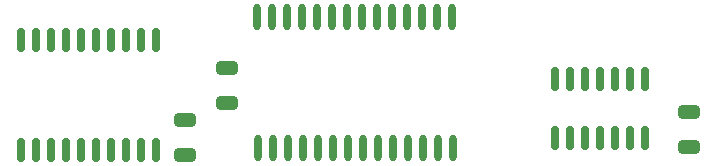
<source format=gtp>
G04 #@! TF.GenerationSoftware,KiCad,Pcbnew,6.0.8-f2edbf62ab~116~ubuntu20.04.1*
G04 #@! TF.CreationDate,2022-10-06T15:54:13+01:00*
G04 #@! TF.ProjectId,slrm,736c726d-2e6b-4696-9361-645f70636258,rev?*
G04 #@! TF.SameCoordinates,Original*
G04 #@! TF.FileFunction,Paste,Top*
G04 #@! TF.FilePolarity,Positive*
%FSLAX46Y46*%
G04 Gerber Fmt 4.6, Leading zero omitted, Abs format (unit mm)*
G04 Created by KiCad (PCBNEW 6.0.8-f2edbf62ab~116~ubuntu20.04.1) date 2022-10-06 15:54:13*
%MOMM*%
%LPD*%
G01*
G04 APERTURE LIST*
G04 Aperture macros list*
%AMRoundRect*
0 Rectangle with rounded corners*
0 $1 Rounding radius*
0 $2 $3 $4 $5 $6 $7 $8 $9 X,Y pos of 4 corners*
0 Add a 4 corners polygon primitive as box body*
4,1,4,$2,$3,$4,$5,$6,$7,$8,$9,$2,$3,0*
0 Add four circle primitives for the rounded corners*
1,1,$1+$1,$2,$3*
1,1,$1+$1,$4,$5*
1,1,$1+$1,$6,$7*
1,1,$1+$1,$8,$9*
0 Add four rect primitives between the rounded corners*
20,1,$1+$1,$2,$3,$4,$5,0*
20,1,$1+$1,$4,$5,$6,$7,0*
20,1,$1+$1,$6,$7,$8,$9,0*
20,1,$1+$1,$8,$9,$2,$3,0*%
G04 Aperture macros list end*
%ADD10O,0.600000X2.250000*%
%ADD11RoundRect,0.250000X0.650000X-0.325000X0.650000X0.325000X-0.650000X0.325000X-0.650000X-0.325000X0*%
%ADD12RoundRect,0.150000X-0.150000X0.875000X-0.150000X-0.875000X0.150000X-0.875000X0.150000X0.875000X0*%
%ADD13RoundRect,0.150000X-0.150000X0.825000X-0.150000X-0.825000X0.150000X-0.825000X0.150000X0.825000X0*%
%ADD14RoundRect,0.250000X-0.650000X0.325000X-0.650000X-0.325000X0.650000X-0.325000X0.650000X0.325000X0*%
G04 APERTURE END LIST*
D10*
G04 #@! TO.C,SRAM*
X142433809Y-92450000D03*
X143703809Y-92450000D03*
X144973809Y-92450000D03*
X146243809Y-92450000D03*
X147513809Y-92450000D03*
X148783809Y-92450000D03*
X150053809Y-92450000D03*
X151323809Y-92450000D03*
X152593809Y-92450000D03*
X153863809Y-92450000D03*
X155133809Y-92450000D03*
X156403809Y-92450000D03*
X157673809Y-92450000D03*
X158943809Y-92450000D03*
X159003809Y-103550000D03*
X157733809Y-103550000D03*
X156463809Y-103550000D03*
X155193809Y-103550000D03*
X153923809Y-103550000D03*
X152653809Y-103550000D03*
X151383809Y-103550000D03*
X150113809Y-103550000D03*
X148843809Y-103550000D03*
X147573809Y-103550000D03*
X146303809Y-103550000D03*
X145033809Y-103550000D03*
X143763809Y-103550000D03*
X142493809Y-103550000D03*
G04 #@! TD*
D11*
G04 #@! TO.C,C1*
X179000000Y-103475000D03*
X179000000Y-100525000D03*
G04 #@! TD*
G04 #@! TO.C,C2*
X136300000Y-104150000D03*
X136300000Y-101200000D03*
G04 #@! TD*
D12*
G04 #@! TO.C,LATCH*
X133815000Y-94390000D03*
X132545000Y-94390000D03*
X131275000Y-94390000D03*
X130005000Y-94390000D03*
X128735000Y-94390000D03*
X127465000Y-94390000D03*
X126195000Y-94390000D03*
X124925000Y-94390000D03*
X123655000Y-94390000D03*
X122385000Y-94390000D03*
X122385000Y-103690000D03*
X123655000Y-103690000D03*
X124925000Y-103690000D03*
X126195000Y-103690000D03*
X127465000Y-103690000D03*
X128735000Y-103690000D03*
X130005000Y-103690000D03*
X131275000Y-103690000D03*
X132545000Y-103690000D03*
X133815000Y-103690000D03*
G04 #@! TD*
D13*
G04 #@! TO.C,INV*
X175285000Y-97715000D03*
X174015000Y-97715000D03*
X172745000Y-97715000D03*
X171475000Y-97715000D03*
X170205000Y-97715000D03*
X168935000Y-97715000D03*
X167665000Y-97715000D03*
X167665000Y-102665000D03*
X168935000Y-102665000D03*
X170205000Y-102665000D03*
X171475000Y-102665000D03*
X172745000Y-102665000D03*
X174015000Y-102665000D03*
X175285000Y-102665000D03*
G04 #@! TD*
D14*
G04 #@! TO.C,C3*
X139900000Y-96789583D03*
X139900000Y-99739583D03*
G04 #@! TD*
M02*

</source>
